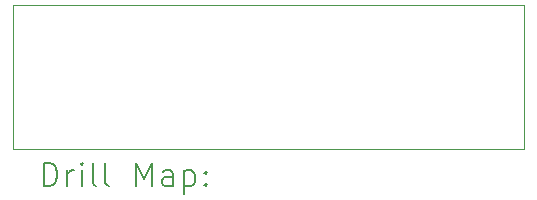
<source format=gbr>
%TF.GenerationSoftware,KiCad,Pcbnew,7.0.7-7.0.7~ubuntu22.04.1*%
%TF.CreationDate,2023-09-14T15:18:43+02:00*%
%TF.ProjectId,MoozyNano,4d6f6f7a-794e-4616-9e6f-2e6b69636164,rev?*%
%TF.SameCoordinates,Original*%
%TF.FileFunction,Drillmap*%
%TF.FilePolarity,Positive*%
%FSLAX45Y45*%
G04 Gerber Fmt 4.5, Leading zero omitted, Abs format (unit mm)*
G04 Created by KiCad (PCBNEW 7.0.7-7.0.7~ubuntu22.04.1) date 2023-09-14 15:18:43*
%MOMM*%
%LPD*%
G01*
G04 APERTURE LIST*
%ADD10C,0.100000*%
%ADD11C,0.200000*%
G04 APERTURE END LIST*
D10*
X10756900Y-7747000D02*
X15079380Y-7747000D01*
X15079380Y-8966200D01*
X10756900Y-8966200D01*
X10756900Y-7747000D01*
D11*
X11012677Y-9282684D02*
X11012677Y-9082684D01*
X11012677Y-9082684D02*
X11060296Y-9082684D01*
X11060296Y-9082684D02*
X11088867Y-9092208D01*
X11088867Y-9092208D02*
X11107915Y-9111255D01*
X11107915Y-9111255D02*
X11117439Y-9130303D01*
X11117439Y-9130303D02*
X11126963Y-9168398D01*
X11126963Y-9168398D02*
X11126963Y-9196970D01*
X11126963Y-9196970D02*
X11117439Y-9235065D01*
X11117439Y-9235065D02*
X11107915Y-9254112D01*
X11107915Y-9254112D02*
X11088867Y-9273160D01*
X11088867Y-9273160D02*
X11060296Y-9282684D01*
X11060296Y-9282684D02*
X11012677Y-9282684D01*
X11212677Y-9282684D02*
X11212677Y-9149350D01*
X11212677Y-9187446D02*
X11222201Y-9168398D01*
X11222201Y-9168398D02*
X11231724Y-9158874D01*
X11231724Y-9158874D02*
X11250772Y-9149350D01*
X11250772Y-9149350D02*
X11269820Y-9149350D01*
X11336486Y-9282684D02*
X11336486Y-9149350D01*
X11336486Y-9082684D02*
X11326962Y-9092208D01*
X11326962Y-9092208D02*
X11336486Y-9101731D01*
X11336486Y-9101731D02*
X11346010Y-9092208D01*
X11346010Y-9092208D02*
X11336486Y-9082684D01*
X11336486Y-9082684D02*
X11336486Y-9101731D01*
X11460296Y-9282684D02*
X11441248Y-9273160D01*
X11441248Y-9273160D02*
X11431724Y-9254112D01*
X11431724Y-9254112D02*
X11431724Y-9082684D01*
X11565058Y-9282684D02*
X11546010Y-9273160D01*
X11546010Y-9273160D02*
X11536486Y-9254112D01*
X11536486Y-9254112D02*
X11536486Y-9082684D01*
X11793629Y-9282684D02*
X11793629Y-9082684D01*
X11793629Y-9082684D02*
X11860296Y-9225541D01*
X11860296Y-9225541D02*
X11926962Y-9082684D01*
X11926962Y-9082684D02*
X11926962Y-9282684D01*
X12107915Y-9282684D02*
X12107915Y-9177922D01*
X12107915Y-9177922D02*
X12098391Y-9158874D01*
X12098391Y-9158874D02*
X12079343Y-9149350D01*
X12079343Y-9149350D02*
X12041248Y-9149350D01*
X12041248Y-9149350D02*
X12022201Y-9158874D01*
X12107915Y-9273160D02*
X12088867Y-9282684D01*
X12088867Y-9282684D02*
X12041248Y-9282684D01*
X12041248Y-9282684D02*
X12022201Y-9273160D01*
X12022201Y-9273160D02*
X12012677Y-9254112D01*
X12012677Y-9254112D02*
X12012677Y-9235065D01*
X12012677Y-9235065D02*
X12022201Y-9216017D01*
X12022201Y-9216017D02*
X12041248Y-9206493D01*
X12041248Y-9206493D02*
X12088867Y-9206493D01*
X12088867Y-9206493D02*
X12107915Y-9196970D01*
X12203153Y-9149350D02*
X12203153Y-9349350D01*
X12203153Y-9158874D02*
X12222201Y-9149350D01*
X12222201Y-9149350D02*
X12260296Y-9149350D01*
X12260296Y-9149350D02*
X12279343Y-9158874D01*
X12279343Y-9158874D02*
X12288867Y-9168398D01*
X12288867Y-9168398D02*
X12298391Y-9187446D01*
X12298391Y-9187446D02*
X12298391Y-9244589D01*
X12298391Y-9244589D02*
X12288867Y-9263636D01*
X12288867Y-9263636D02*
X12279343Y-9273160D01*
X12279343Y-9273160D02*
X12260296Y-9282684D01*
X12260296Y-9282684D02*
X12222201Y-9282684D01*
X12222201Y-9282684D02*
X12203153Y-9273160D01*
X12384105Y-9263636D02*
X12393629Y-9273160D01*
X12393629Y-9273160D02*
X12384105Y-9282684D01*
X12384105Y-9282684D02*
X12374582Y-9273160D01*
X12374582Y-9273160D02*
X12384105Y-9263636D01*
X12384105Y-9263636D02*
X12384105Y-9282684D01*
X12384105Y-9158874D02*
X12393629Y-9168398D01*
X12393629Y-9168398D02*
X12384105Y-9177922D01*
X12384105Y-9177922D02*
X12374582Y-9168398D01*
X12374582Y-9168398D02*
X12384105Y-9158874D01*
X12384105Y-9158874D02*
X12384105Y-9177922D01*
M02*

</source>
